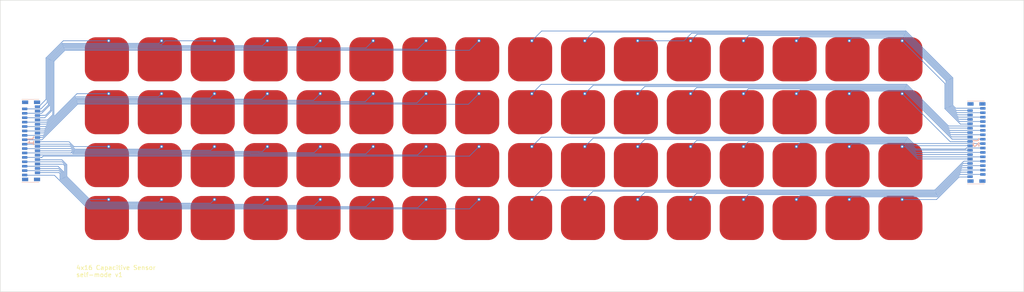
<source format=kicad_pcb>
(kicad_pcb (version 20211014) (generator pcbnew)
  (layers (0 "F.Cu" signal) (31 "B.Cu" signal) (34 "B.Paste" user) (35 "F.Paste" user) (36 "B.SilkS" user "B.Silkscreen") (37 "F.SilkS" user "F.Silkscreen") (38 "B.Mask" user) (39 "F.Mask" user) (44 "Edge.Cuts" user))
  (net 0 "")
  (net 1 "Net-(J1-Pad1)")
  (net 2 "Net-(J1-Pad2)")
  (net 3 "Net-(J1-Pad3)")
  (net 4 "Net-(J1-Pad4)")
  (net 5 "Net-(J1-Pad5)")
  (net 6 "Net-(J1-Pad6)")
  (net 7 "Net-(J1-Pad7)")
  (net 8 "Net-(J1-Pad8)")
  (net 9 "Net-(J2-Pad1)")
  (net 10 "Net-(J2-Pad2)")
  (net 11 "Net-(J2-Pad3)")
  (net 12 "Net-(J2-Pad4)")
  (net 13 "Net-(J2-Pad5)")
  (net 14 "Net-(J2-Pad6)")
  (net 15 "Net-(J2-Pad7)")
  (net 16 "Net-(J2-Pad8)")
  (net 17 "Net-(J2-Pad9)")
  (net 18 "Net-(J2-Pad10)")
  (net 19 "Net-(J2-Pad11)")
  (net 20 "Net-(J2-Pad12)")
  (net 21 "Net-(J2-Pad13)")
  (net 22 "Net-(J2-Pad14)")
  (net 23 "Net-(J2-Pad15)")
  (net 24 "Net-(J2-Pad16)")
  (net 25 "Net-(J2-Pad17)")
  (net 26 "Net-(J2-Pad18)")
  (net 27 "Net-(J2-Pad19)")
  (net 28 "Net-(J2-Pad20)")
  (net 29 "Net-(J2-Pad21)")
  (net 30 "Net-(J2-Pad22)")
  (net 31 "Net-(J2-Pad23)")
  (net 32 "Net-(J2-Pad24)")
  (net 33 "Net-(J2-Pad25)")
  (net 34 "Net-(J2-Pad26)")
  (net 35 "Net-(J2-Pad27)")
  (net 36 "Net-(J2-Pad28)")
  (net 37 "Net-(J2-Pad29)")
  (net 38 "Net-(J2-Pad30)")
  (net 39 "Net-(J2-Pad31)")
  (net 40 "Net-(J2-Pad32)")
  (net 41 "Net-(J1-Pad9)")
  (net 42 "Net-(J1-Pad10)")
  (net 43 "Net-(J1-Pad11)")
  (net 44 "Net-(J1-Pad12)")
  (net 45 "Net-(J1-Pad13)")
  (net 46 "Net-(J1-Pad14)")
  (net 47 "Net-(J1-Pad15)")
  (net 48 "Net-(J1-Pad16)")
  (net 49 "Net-(J1-Pad17)")
  (net 50 "Net-(J1-Pad18)")
  (net 51 "Net-(J1-Pad19)")
  (net 52 "Net-(J1-Pad20)")
  (net 53 "Net-(J1-Pad21)")
  (net 54 "Net-(J1-Pad22)")
  (net 55 "Net-(J1-Pad23)")
  (net 56 "Net-(J1-Pad24)")
  (net 57 "Net-(J1-Pad25)")
  (net 58 "Net-(J1-Pad26)")
  (net 59 "Net-(J1-Pad27)")
  (net 60 "Net-(J1-Pad28)")
  (net 61 "Net-(J1-Pad29)")
  (net 62 "Net-(J1-Pad30)")
  (net 63 "Net-(J1-Pad31)")
  (net 64 "Net-(J1-Pad32)")
  (footprint "ASMR_footprints:captouch_4x16_self_cap_circles" (layer "F.Cu") (at 62.8 55.5)
    (fp_text reference "U1" hide)
    (fp_text value "Conn_1x64" hide)
    (pad "1" smd roundrect (at 6 6) (size 10 10) (layers "F.Cu" "F.Paste" "F.Mask") (net 1 "Net-(J1-Pad1)"))
    (pad "2" smd roundrect (at 18 6) (size 10 10) (layers "F.Cu" "F.Paste" "F.Mask") (net 2 "Net-(J1-Pad2)"))
    (pad "3" smd roundrect (at 30 6) (size 10 10) (layers "F.Cu" "F.Paste" "F.Mask") (net 3 "Net-(J1-Pad3)"))
    (pad "4" smd roundrect (at 42 6) (size 10 10) (layers "F.Cu" "F.Paste" "F.Mask") (net 4 "Net-(J1-Pad4)"))
    (pad "5" smd roundrect (at 54 6) (size 10 10) (layers "F.Cu" "F.Paste" "F.Mask") (net 5 "Net-(J1-Pad5)"))
    (pad "6" smd roundrect (at 66 6) (size 10 10) (layers "F.Cu" "F.Paste" "F.Mask") (net 6 "Net-(J1-Pad6)"))
    (pad "7" smd roundrect (at 78 6) (size 10 10) (layers "F.Cu" "F.Paste" "F.Mask") (net 7 "Net-(J1-Pad7)"))
    (pad "8" smd roundrect (at 90 6) (size 10 10) (layers "F.Cu" "F.Paste" "F.Mask") (net 8 "Net-(J1-Pad8)"))
    (pad "9" smd roundrect (at 6 18) (size 10 10) (layers "F.Cu" "F.Paste" "F.Mask") (net 41 "Net-(J1-Pad9)"))
    (pad "10" smd roundrect (at 18 18) (size 10 10) (layers "F.Cu" "F.Paste" "F.Mask") (net 42 "Net-(J1-Pad10)"))
    (pad "11" smd roundrect (at 30 18) (size 10 10) (layers "F.Cu" "F.Paste" "F.Mask") (net 43 "Net-(J1-Pad11)"))
    (pad "12" smd roundrect (at 42 18) (size 10 10) (layers "F.Cu" "F.Paste" "F.Mask") (net 44 "Net-(J1-Pad12)"))
    (pad "13" smd roundrect (at 54 18) (size 10 10) (layers "F.Cu" "F.Paste" "F.Mask") (net 45 "Net-(J1-Pad13)"))
    (pad "14" smd roundrect (at 66 18) (size 10 10) (layers "F.Cu" "F.Paste" "F.Mask") (net 46 "Net-(J1-Pad14)"))
    (pad "15" smd roundrect (at 78 18) (size 10 10) (layers "F.Cu" "F.Paste" "F.Mask") (net 47 "Net-(J1-Pad15)"))
    (pad "16" smd roundrect (at 90 18) (size 10 10) (layers "F.Cu" "F.Paste" "F.Mask") (net 48 "Net-(J1-Pad16)"))
    (pad "17" smd roundrect (at 6 30) (size 10 10) (layers "F.Cu" "F.Paste" "F.Mask") (net 49 "Net-(J1-Pad17)"))
    (pad "18" smd roundrect (at 18 30) (size 10 10) (layers "F.Cu" "F.Paste" "F.Mask") (net 50 "Net-(J1-Pad18)"))
    (pad "19" smd roundrect (at 30 30) (size 10 10) (layers "F.Cu" "F.Paste" "F.Mask") (net 51 "Net-(J1-Pad19)"))
    (pad "20" smd roundrect (at 42 30) (size 10 10) (layers "F.Cu" "F.Paste" "F.Mask") (net 52 "Net-(J1-Pad20)"))
    (pad "21" smd roundrect (at 54 30) (size 10 10) (layers "F.Cu" "F.Paste" "F.Mask") (net 53 "Net-(J1-Pad21)"))
    (pad "22" smd roundrect (at 66 30) (size 10 10) (layers "F.Cu" "F.Paste" "F.Mask") (net 54 "Net-(J1-Pad22)"))
    (pad "23" smd roundrect (at 78 30) (size 10 10) (layers "F.Cu" "F.Paste" "F.Mask") (net 55 "Net-(J1-Pad23)"))
    (pad "24" smd roundrect (at 90 30) (size 10 10) (layers "F.Cu" "F.Paste" "F.Mask") (net 56 "Net-(J1-Pad24)"))
    (pad "25" smd roundrect (at 6 42) (size 10 10) (layers "F.Cu" "F.Paste" "F.Mask") (net 57 "Net-(J1-Pad25)"))
    (pad "26" smd roundrect (at 18 42) (size 10 10) (layers "F.Cu" "F.Paste" "F.Mask") (net 58 "Net-(J1-Pad26)"))
    (pad "27" smd roundrect (at 30 42) (size 10 10) (layers "F.Cu" "F.Paste" "F.Mask") (net 59 "Net-(J1-Pad27)"))
    (pad "28" smd roundrect (at 42 42) (size 10 10) (layers "F.Cu" "F.Paste" "F.Mask") (net 60 "Net-(J1-Pad28)"))
    (pad "29" smd roundrect (at 54 42) (size 10 10) (layers "F.Cu" "F.Paste" "F.Mask") (net 61 "Net-(J1-Pad29)"))
    (pad "30" smd roundrect (at 66 42) (size 10 10) (layers "F.Cu" "F.Paste" "F.Mask") (net 62 "Net-(J1-Pad30)"))
    (pad "31" smd roundrect (at 78 42) (size 10 10) (layers "F.Cu" "F.Paste" "F.Mask") (net 63 "Net-(J1-Pad31)"))
    (pad "32" smd roundrect (at 90 42) (size 10 10) (layers "F.Cu" "F.Paste" "F.Mask") (net 64 "Net-(J1-Pad32)"))
    (pad "33" smd roundrect (at 102 6) (size 10 10) (layers "F.Cu" "F.Paste" "F.Mask") (net 9 "Net-(J2-Pad1)"))
    (pad "34" smd roundrect (at 114 6) (size 10 10) (layers "F.Cu" "F.Paste" "F.Mask") (net 10 "Net-(J2-Pad2)"))
    (pad "35" smd roundrect (at 126 6) (size 10 10) (layers "F.Cu" "F.Paste" "F.Mask") (net 11 "Net-(J2-Pad3)"))
    (pad "36" smd roundrect (at 138 6) (size 10 10) (layers "F.Cu" "F.Paste" "F.Mask") (net 12 "Net-(J2-Pad4)"))
    (pad "37" smd roundrect (at 150 6) (size 10 10) (layers "F.Cu" "F.Paste" "F.Mask") (net 13 "Net-(J2-Pad5)"))
    (pad "38" smd roundrect (at 162 6) (size 10 10) (layers "F.Cu" "F.Paste" "F.Mask") (net 14 "Net-(J2-Pad6)"))
    (pad "39" smd roundrect (at 174 6) (size 10 10) (layers "F.Cu" "F.Paste" "F.Mask") (net 15 "Net-(J2-Pad7)"))
    (pad "40" smd roundrect (at 186 6) (size 10 10) (layers "F.Cu" "F.Paste" "F.Mask") (net 16 "Net-(J2-Pad8)"))
    (pad "41" smd roundrect (at 102 18) (size 10 10) (layers "F.Cu" "F.Paste" "F.Mask") (net 17 "Net-(J2-Pad9)"))
    (pad "42" smd roundrect (at 114 18) (size 10 10) (layers "F.Cu" "F.Paste" "F.Mask") (net 18 "Net-(J2-Pad10)"))
    (pad "43" smd roundrect (at 126 18) (size 10 10) (layers "F.Cu" "F.Paste" "F.Mask") (net 19 "Net-(J2-Pad11)"))
    (pad "44" smd roundrect (at 138 18) (size 10 10) (layers "F.Cu" "F.Paste" "F.Mask") (net 20 "Net-(J2-Pad12)"))
    (pad "45" smd roundrect (at 150 18) (size 10 10) (layers "F.Cu" "F.Paste" "F.Mask") (net 21 "Net-(J2-Pad13)"))
    (pad "46" smd roundrect (at 162 18) (size 10 10) (layers "F.Cu" "F.Paste" "F.Mask") (net 22 "Net-(J2-Pad14)"))
    (pad "47" smd roundrect (at 174 18) (size 10 10) (layers "F.Cu" "F.Paste" "F.Mask") (net 23 "Net-(J2-Pad15)"))
    (pad "48" smd roundrect (at 186 18) (size 10 10) (layers "F.Cu" "F.Paste" "F.Mask") (net 24 "Net-(J2-Pad16)"))
    (pad "49" smd roundrect (at 102 30) (size 10 10) (layers "F.Cu" "F.Paste" "F.Mask") (net 25 "Net-(J2-Pad17)"))
    (pad "50" smd roundrect (at 114 30) (size 10 10) (layers "F.Cu" "F.Paste" "F.Mask") (net 26 "Net-(J2-Pad18)"))
    (pad "51" smd roundrect (at 126 30) (size 10 10) (layers "F.Cu" "F.Paste" "F.Mask") (net 27 "Net-(J2-Pad19)"))
    (pad "52" smd roundrect (at 138 30) (size 10 10) (layers "F.Cu" "F.Paste" "F.Mask") (net 28 "Net-(J2-Pad20)"))
    (pad "53" smd roundrect (at 150 30) (size 10 10) (layers "F.Cu" "F.Paste" "F.Mask") (net 29 "Net-(J2-Pad21)"))
    (pad "54" smd roundrect (at 162 30) (size 10 10) (layers "F.Cu" "F.Paste" "F.Mask") (net 30 "Net-(J2-Pad22)"))
    (pad "55" smd roundrect (at 174 30) (size 10 10) (layers "F.Cu" "F.Paste" "F.Mask") (net 31 "Net-(J2-Pad23)"))
    (pad "56" smd roundrect (at 186 30) (size 10 10) (layers "F.Cu" "F.Paste" "F.Mask") (net 32 "Net-(J2-Pad24)"))
    (pad "57" smd roundrect (at 102 42) (size 10 10) (layers "F.Cu" "F.Paste" "F.Mask") (net 33 "Net-(J2-Pad25)"))
    (pad "58" smd roundrect (at 114 42) (size 10 10) (layers "F.Cu" "F.Paste" "F.Mask") (net 34 "Net-(J2-Pad26)"))
    (pad "59" smd roundrect (at 126 42) (size 10 10) (layers "F.Cu" "F.Paste" "F.Mask") (net 35 "Net-(J2-Pad27)"))
    (pad "60" smd roundrect (at 138 42) (size 10 10) (layers "F.Cu" "F.Paste" "F.Mask") (net 36 "Net-(J2-Pad28)"))
    (pad "61" smd roundrect (at 150 42) (size 10 10) (layers "F.Cu" "F.Paste" "F.Mask") (net 37 "Net-(J2-Pad29)"))
    (pad "62" smd roundrect (at 162 42) (size 10 10) (layers "F.Cu" "F.Paste" "F.Mask") (net 38 "Net-(J2-Pad30)"))
    (pad "63" smd roundrect (at 174 42) (size 10 10) (layers "F.Cu" "F.Paste" "F.Mask") (net 39 "Net-(J2-Pad31)"))
    (pad "64" smd roundrect (at 186 42) (size 10 10) (layers "F.Cu" "F.Paste" "F.Mask") (net 40 "Net-(J2-Pad32)"))
  )
  (footprint "ASMR_footprints:Conn_FFC_1x32_0.5mm_Molex_5019513210" (layer "B.Cu") (at 266.05 80.375 -90)
    (fp_text reference "J2" (at 0 0.025 90) (layer "B.SilkS") (effects (font (size 1.27 1.27) (thickness 0.254)) (justify mirror)))
    (fp_text value "Conn_01x32_Male" hide)
    (fp_line (start 9.4 2.1) (end 9.4 -1.8) (layer "B.SilkS") (width 0.1))
    (fp_line (start -9.4 2.1) (end -9.4 -1.8) (layer "B.SilkS") (width 0.1))
    (pad "1" smd rect (at -7.75 -1.45 270) (size 0.6 1.2) (layers "B.Cu" "B.Paste" "B.Mask") (net 9 "Net-(J2-Pad1)"))
    (pad "2" smd rect (at -7.25 1.45 270) (size 0.6 1.2) (layers "B.Cu" "B.Paste" "B.Mask") (net 10 "Net-(J2-Pad2)"))
    (pad "3" smd rect (at -6.75 -1.45 270) (size 0.6 1.2) (layers "B.Cu" "B.Paste" "B.Mask") (net 11 "Net-(J2-Pad3)"))
    (pad "4" smd rect (at -6.25 1.45 270) (size 0.6 1.2) (layers "B.Cu" "B.Paste" "B.Mask") (net 12 "Net-(J2-Pad4)"))
    (pad "5" smd rect (at -5.75 -1.45 270) (size 0.6 1.2) (layers "B.Cu" "B.Paste" "B.Mask") (net 13 "Net-(J2-Pad5)"))
    (pad "6" smd rect (at -5.25 1.45 270) (size 0.6 1.2) (layers "B.Cu" "B.Paste" "B.Mask") (net 14 "Net-(J2-Pad6)"))
    (pad "7" smd rect (at -4.75 -1.45 270) (size 0.6 1.2) (layers "B.Cu" "B.Paste" "B.Mask") (net 15 "Net-(J2-Pad7)"))
    (pad "8" smd rect (at -4.25 1.45 270) (size 0.6 1.2) (layers "B.Cu" "B.Paste" "B.Mask") (net 16 "Net-(J2-Pad8)"))
    (pad "9" smd rect (at -3.75 -1.45 270) (size 0.6 1.2) (layers "B.Cu" "B.Paste" "B.Mask") (net 17 "Net-(J2-Pad9)"))
    (pad "10" smd rect (at -3.25 1.45 270) (size 0.6 1.2) (layers "B.Cu" "B.Paste" "B.Mask") (net 18 "Net-(J2-Pad10)"))
    (pad "11" smd rect (at -2.75 -1.45 270) (size 0.6 1.2) (layers "B.Cu" "B.Paste" "B.Mask") (net 19 "Net-(J2-Pad11)"))
    (pad "12" smd rect (at -2.25 1.45 270) (size 0.6 1.2) (layers "B.Cu" "B.Paste" "B.Mask") (net 20 "Net-(J2-Pad12)"))
    (pad "13" smd rect (at -1.75 -1.45 270) (size 0.6 1.2) (layers "B.Cu" "B.Paste" "B.Mask") (net 21 "Net-(J2-Pad13)"))
    (pad "14" smd rect (at -1.25 1.45 270) (size 0.6 1.2) (layers "B.Cu" "B.Paste" "B.Mask") (net 22 "Net-(J2-Pad14)"))
    (pad "15" smd rect (at -0.75 -1.45 270) (size 0.6 1.2) (layers "B.Cu" "B.Paste" "B.Mask") (net 23 "Net-(J2-Pad15)"))
    (pad "16" smd rect (at -0.25 1.45 270) (size 0.6 1.2) (layers "B.Cu" "B.Paste" "B.Mask") (net 24 "Net-(J2-Pad16)"))
    (pad "17" smd rect (at 0.25 -1.45 270) (size 0.6 1.2) (layers "B.Cu" "B.Paste" "B.Mask") (net 25 "Net-(J2-Pad17)"))
    (pad "18" smd rect (at 0.75 1.45 270) (size 0.6 1.2) (layers "B.Cu" "B.Paste" "B.Mask") (net 26 "Net-(J2-Pad18)"))
    (pad "19" smd rect (at 1.25 -1.45 270) (size 0.6 1.2) (layers "B.Cu" "B.Paste" "B.Mask") (net 27 "Net-(J2-Pad19)"))
    (pad "20" smd rect (at 1.75 1.45 270) (size 0.6 1.2) (layers "B.Cu" "B.Paste" "B.Mask") (net 28 "Net-(J2-Pad20)"))
    (pad "21" smd rect (at 2.25 -1.45 270) (size 0.6 1.2) (layers "B.Cu" "B.Paste" "B.Mask") (net 29 "Net-(J2-Pad21)"))
    (pad "22" smd rect (at 2.75 1.45 270) (size 0.6 1.2) (layers "B.Cu" "B.Paste" "B.Mask") (net 30 "Net-(J2-Pad22)"))
    (pad "23" smd rect (at 3.25 -1.45 270) (size 0.6 1.2) (layers "B.Cu" "B.Paste" "B.Mask") (net 31 "Net-(J2-Pad23)"))
    (pad "24" smd rect (at 3.75 1.45 270) (size 0.6 1.2) (layers "B.Cu" "B.Paste" "B.Mask") (net 32 "Net-(J2-Pad24)"))
    (pad "25" smd rect (at 4.25 -1.45 270) (size 0.6 1.2) (layers "B.Cu" "B.Paste" "B.Mask") (net 33 "Net-(J2-Pad25)"))
    (pad "26" smd rect (at 4.75 1.45 270) (size 0.6 1.2) (layers "B.Cu" "B.Paste" "B.Mask") (net 34 "Net-(J2-Pad26)"))
    (pad "27" smd rect (at 5.25 -1.45 270) (size 0.6 1.2) (layers "B.Cu" "B.Paste" "B.Mask") (net 35 "Net-(J2-Pad27)"))
    (pad "28" smd rect (at 5.75 1.45 270) (size 0.6 1.2) (layers "B.Cu" "B.Paste" "B.Mask") (net 36 "Net-(J2-Pad28)"))
    (pad "29" smd rect (at 6.25 -1.45 270) (size 0.6 1.2) (layers "B.Cu" "B.Paste" "B.Mask") (net 37 "Net-(J2-Pad29)"))
    (pad "30" smd rect (at 6.75 1.45 270) (size 0.6 1.2) (layers "B.Cu" "B.Paste" "B.Mask") (net 38 "Net-(J2-Pad30)"))
    (pad "31" smd rect (at 7.25 -1.45 270) (size 0.6 1.2) (layers "B.Cu" "B.Paste" "B.Mask") (net 39 "Net-(J2-Pad31)"))
    (pad "32" smd rect (at 7.75 1.45 270) (size 0.6 1.2) (layers "B.Cu" "B.Paste" "B.Mask") (net 40 "Net-(J2-Pad32)"))
    (pad "MP1" smd rect (at -8.75 -1.35 270) (size 0.8 1.4) (layers "B.Cu" "B.Paste" "B.Mask"))
    (pad "MP2" smd rect (at -8.75 1.35 270) (size 0.8 1.4) (layers "B.Cu" "B.Paste" "B.Mask"))
    (pad "MP3" smd rect (at 8.75 -1.35 270) (size 0.8 1.4) (layers "B.Cu" "B.Paste" "B.Mask"))
    (pad "MP4" smd rect (at 8.75 1.35 270) (size 0.8 1.4) (layers "B.Cu" "B.Paste" "B.Mask"))
  )
  (footprint "ASMR_footprints:Conn_FFC_1x32_0.5mm_Molex_5019513210" (layer "B.Cu") (at 51.6 80 -90)
    (fp_text reference "J1" (at 0 0.025 90) (layer "B.SilkS") (effects (font (size 1.27 1.27) (thickness 0.254)) (justify mirror)))
    (fp_text value "Conn_01x32_Male" hide)
    (fp_line (start -9.4 2.1) (end -9.4 -1.8) (layer "B.SilkS") (width 0.1))
    (fp_line (start 9.4 2.1) (end 9.4 -1.8) (layer "B.SilkS") (width 0.1))
    (pad "1" smd rect (at -7.75 -1.45 270) (size 0.6 1.2) (layers "B.Cu" "B.Paste" "B.Mask") (net 1 "Net-(J1-Pad1)"))
    (pad "2" smd rect (at -7.25 1.45 270) (size 0.6 1.2) (layers "B.Cu" "B.Paste" "B.Mask") (net 2 "Net-(J1-Pad2)"))
    (pad "3" smd rect (at -6.75 -1.45 270) (size 0.6 1.2) (layers "B.Cu" "B.Paste" "B.Mask") (net 3 "Net-(J1-Pad3)"))
    (pad "4" smd rect (at -6.25 1.45 270) (size 0.6 1.2) (layers "B.Cu" "B.Paste" "B.Mask") (net 4 "Net-(J1-Pad4)"))
    (pad "5" smd rect (at -5.75 -1.45 270) (size 0.6 1.2) (layers "B.Cu" "B.Paste" "B.Mask") (net 5 "Net-(J1-Pad5)"))
    (pad "6" smd rect (at -5.25 1.45 270) (size 0.6 1.2) (layers "B.Cu" "B.Paste" "B.Mask") (net 6 "Net-(J1-Pad6)"))
    (pad "7" smd rect (at -4.75 -1.45 270) (size 0.6 1.2) (layers "B.Cu" "B.Paste" "B.Mask") (net 7 "Net-(J1-Pad7)"))
    (pad "8" smd rect (at -4.25 1.45 270) (size 0.6 1.2) (layers "B.Cu" "B.Paste" "B.Mask") (net 8 "Net-(J1-Pad8)"))
    (pad "9" smd rect (at -3.75 -1.45 270) (size 0.6 1.2) (layers "B.Cu" "B.Paste" "B.Mask") (net 41 "Net-(J1-Pad9)"))
    (pad "10" smd rect (at -3.25 1.45 270) (size 0.6 1.2) (layers "B.Cu" "B.Paste" "B.Mask") (net 42 "Net-(J1-Pad10)"))
    (pad "11" smd rect (at -2.75 -1.45 270) (size 0.6 1.2) (layers "B.Cu" "B.Paste" "B.Mask") (net 43 "Net-(J1-Pad11)"))
    (pad "12" smd rect (at -2.25 1.45 270) (size 0.6 1.2) (layers "B.Cu" "B.Paste" "B.Mask") (net 44 "Net-(J1-Pad12)"))
    (pad "13" smd rect (at -1.75 -1.45 270) (size 0.6 1.2) (layers "B.Cu" "B.Paste" "B.Mask") (net 45 "Net-(J1-Pad13)"))
    (pad "14" smd rect (at -1.25 1.45 270) (size 0.6 1.2) (layers "B.Cu" "B.Paste" "B.Mask") (net 46 "Net-(J1-Pad14)"))
    (pad "15" smd rect (at -0.75 -1.45 270) (size 0.6 1.2) (layers "B.Cu" "B.Paste" "B.Mask") (net 47 "Net-(J1-Pad15)"))
    (pad "16" smd rect (at -0.25 1.45 270) (size 0.6 1.2) (layers "B.Cu" "B.Paste" "B.Mask") (net 48 "Net-(J1-Pad16)"))
    (pad "17" smd rect (at 0.25 -1.45 270) (size 0.6 1.2) (layers "B.Cu" "B.Paste" "B.Mask") (net 49 "Net-(J1-Pad17)"))
    (pad "18" smd rect (at 0.75 1.45 270) (size 0.6 1.2) (layers "B.Cu" "B.Paste" "B.Mask") (net 50 "Net-(J1-Pad18)"))
    (pad "19" smd rect (at 1.25 -1.45 270) (size 0.6 1.2) (layers "B.Cu" "B.Paste" "B.Mask") (net 51 "Net-(J1-Pad19)"))
    (pad "20" smd rect (at 1.75 1.45 270) (size 0.6 1.2) (layers "B.Cu" "B.Paste" "B.Mask") (net 52 "Net-(J1-Pad20)"))
    (pad "21" smd rect (at 2.25 -1.45 270) (size 0.6 1.2) (layers "B.Cu" "B.Paste" "B.Mask") (net 53 "Net-(J1-Pad21)"))
    (pad "22" smd rect (at 2.75 1.45 270) (size 0.6 1.2) (layers "B.Cu" "B.Paste" "B.Mask") (net 54 "Net-(J1-Pad22)"))
    (pad "23" smd rect (at 3.25 -1.45 270) (size 0.6 1.2) (layers "B.Cu" "B.Paste" "B.Mask") (net 55 "Net-(J1-Pad23)"))
    (pad "24" smd rect (at 3.75 1.45 270) (size 0.6 1.2) (layers "B.Cu" "B.Paste" "B.Mask") (net 56 "Net-(J1-Pad24)"))
    (pad "25" smd rect (at 4.25 -1.45 270) (size 0.6 1.2) (layers "B.Cu" "B.Paste" "B.Mask") (net 57 "Net-(J1-Pad25)"))
    (pad "26" smd rect (at 4.75 1.45 270) (size 0.6 1.2) (layers "B.Cu" "B.Paste" "B.Mask") (net 58 "Net-(J1-Pad26)"))
    (pad "27" smd rect (at 5.25 -1.45 270) (size 0.6 1.2) (layers "B.Cu" "B.Paste" "B.Mask") (net 59 "Net-(J1-Pad27)"))
    (pad "28" smd rect (at 5.75 1.45 270) (size 0.6 1.2) (layers "B.Cu" "B.Paste" "B.Mask") (net 60 "Net-(J1-Pad28)"))
    (pad "29" smd rect (at 6.25 -1.45 270) (size 0.6 1.2) (layers "B.Cu" "B.Paste" "B.Mask") (net 61 "Net-(J1-Pad29)"))
    (pad "30" smd rect (at 6.75 1.45 270) (size 0.6 1.2) (layers "B.Cu" "B.Paste" "B.Mask") (net 62 "Net-(J1-Pad30)"))
    (pad "31" smd rect (at 7.25 -1.45 270) (size 0.6 1.2) (layers "B.Cu" "B.Paste" "B.Mask") (net 63 "Net-(J1-Pad31)"))
    (pad "32" smd rect (at 7.75 1.45 270) (size 0.6 1.2) (layers "B.Cu" "B.Paste" "B.Mask") (net 64 "Net-(J1-Pad32)"))
    (pad "MP1" smd rect (at -8.75 -1.35 270) (size 0.8 1.4) (layers "B.Cu" "B.Paste" "B.Mask"))
    (pad "MP2" smd rect (at -8.75 1.35 270) (size 0.8 1.4) (layers "B.Cu" "B.Paste" "B.Mask"))
    (pad "MP3" smd rect (at 8.75 -1.35 270) (size 0.8 1.4) (layers "B.Cu" "B.Paste" "B.Mask"))
    (pad "MP4" smd rect (at 8.75 1.35 270) (size 0.8 1.4) (layers "B.Cu" "B.Paste" "B.Mask"))
  )
  (gr_rect (start 44.6 48.1) (end 276.8 114.2) (layer "Edge.Cuts") (width 0.1) (fill none))
  (gr_text "4x16 Capacitive Sensor\nself-mode v1" (at 61.775 109.575) (layer "F.SilkS") (effects (font (size 1 1)) (justify left)))
  (via (at 69.2 57.3) (size 0.8) (drill 0.4) (layers "F.Cu" "B.Cu") (net 1))
  (segment (start 53.05 72.25) (end 53.35 72.25) (width 0.127) (layer "B.Cu") (net 1))
  (segment (start 55 70.6) (end 55 61.2) (width 0.127) (layer "B.Cu") (net 1))
  (segment (start 55 61.2) (end 58.9 57.3) (width 0.127) (layer "B.Cu") (net 1))
  (segment (start 58.9 57.3) (end 69.2 57.3) (width 0.127) (layer "B.Cu") (net 1))
  (segment (start 53.35 72.25) (end 55 70.6) (width 0.127) (layer "B.Cu") (net 1))
  (via (at 81.2 57.3) (size 0.8) (drill 0.4) (layers "F.Cu" "B.Cu") (net 2))
  (segment (start 53.831 72.75) (end 55.254 71.327) (width 0.127) (layer "B.Cu") (net 2))
  (segment (start 50.15 72.75) (end 53.831 72.75) (width 0.127) (layer "B.Cu") (net 2))
  (segment (start 55.254 61.30521) (end 58.65921 57.9) (width 0.127) (layer "B.Cu") (net 2))
  (segment (start 58.65921 57.9) (end 80.6 57.9) (width 0.127) (layer "B.Cu") (net 2))
  (segment (start 55.254 71.327) (end 55.254 61.30521) (width 0.127) (layer "B.Cu") (net 2))
  (segment (start 80.6 57.9) (end 81.2 57.3) (width 0.127) (layer "B.Cu") (net 2))
  (via (at 93.2 57.3) (size 0.8) (drill 0.4) (layers "F.Cu" "B.Cu") (net 3))
  (segment (start 82.035094 57.3) (end 81.181094 58.154) (width 0.127) (layer "B.Cu") (net 3))
  (segment (start 58.76442 58.154) (end 55.508 61.41042) (width 0.127) (layer "B.Cu") (net 3))
  (segment (start 93.2 57.3) (end 82.035094 57.3) (width 0.127) (layer "B.Cu") (net 3))
  (segment (start 55.508 71.892) (end 54.1 73.3) (width 0.127) (layer "B.Cu") (net 3))
  (segment (start 54.1 73.3) (end 53 73.3) (width 0.127) (layer "B.Cu") (net 3))
  (segment (start 81.181094 58.154) (end 58.76442 58.154) (width 0.127) (layer "B.Cu") (net 3))
  (segment (start 55.508 61.41042) (end 55.508 71.892) (width 0.127) (layer "B.Cu") (net 3))
  (via (at 105.2 57.3) (size 0.8) (drill 0.4) (layers "F.Cu" "B.Cu") (net 4))
  (segment (start 105.2 57.3) (end 104.092 58.408) (width 0.127) (layer "B.Cu") (net 4))
  (segment (start 55.762 71.99721) (end 54.01871 73.7405) (width 0.127) (layer "B.Cu") (net 4))
  (segment (start 54.01871 73.7405) (end 50.1595 73.7405) (width 0.127) (layer "B.Cu") (net 4))
  (segment (start 58.86963 58.408) (end 55.762 61.51563) (width 0.127) (layer "B.Cu") (net 4))
  (segment (start 104.092 58.408) (end 58.86963 58.408) (width 0.127) (layer "B.Cu") (net 4))
  (segment (start 55.762 61.51563) (end 55.762 71.99721) (width 0.127) (layer "B.Cu") (net 4))
  (via (at 117.2 57.3) (size 0.8) (drill 0.4) (layers "F.Cu" "B.Cu") (net 5))
  (segment (start 56.016 73.084) (end 54.9 74.2) (width 0.127) (layer "B.Cu") (net 5))
  (segment (start 56.016 61.62084) (end 56.016 73.084) (width 0.127) (layer "B.Cu") (net 5))
  (segment (start 54.9 74.2) (end 53.1 74.2) (width 0.127) (layer "B.Cu") (net 5))
  (segment (start 58.97484 58.662) (end 56.016 61.62084) (width 0.127) (layer "B.Cu") (net 5))
  (segment (start 115.838 58.662) (end 58.97484 58.662) (width 0.127) (layer "B.Cu") (net 5))
  (segment (start 117.2 57.3) (end 115.838 58.662) (width 0.127) (layer "B.Cu") (net 5))
  (via (at 129.2 57.3) (size 0.8) (drill 0.4) (layers "F.Cu" "B.Cu") (net 6))
  (segment (start 54.69971 74.7595) (end 50.1595 74.7595) (width 0.127) (layer "B.Cu") (net 6))
  (segment (start 127.584 58.916) (end 59.08005 58.916) (width 0.127) (layer "B.Cu") (net 6))
  (segment (start 56.27 61.72605) (end 56.27 73.18921) (width 0.127) (layer "B.Cu") (net 6))
  (segment (start 129.2 57.3) (end 127.584 58.916) (width 0.127) (layer "B.Cu") (net 6))
  (segment (start 59.08005 58.916) (end 56.27 61.72605) (width 0.127) (layer "B.Cu") (net 6))
  (segment (start 56.27 73.18921) (end 54.69971 74.7595) (width 0.127) (layer "B.Cu") (net 6))
  (via (at 141.2 57.3) (size 0.8) (drill 0.4) (layers "F.Cu" "B.Cu") (net 7))
  (segment (start 56.524 74.076) (end 55.3 75.3) (width 0.127) (layer "B.Cu") (net 7))
  (segment (start 59.15526 59.2) (end 56.524 61.83126) (width 0.127) (layer "B.Cu") (net 7))
  (segment (start 53.2 75.3) (end 53.1 75.2) (width 0.127) (layer "B.Cu") (net 7))
  (segment (start 141.2 57.3) (end 139.3 59.2) (width 0.127) (layer "B.Cu") (net 7))
  (segment (start 56.524 61.83126) (end 56.524 74.076) (width 0.127) (layer "B.Cu") (net 7))
  (segment (start 55.3 75.3) (end 53.2 75.3) (width 0.127) (layer "B.Cu") (net 7))
  (segment (start 139.3 59.2) (end 59.15526 59.2) (width 0.127) (layer "B.Cu") (net 7))
  (via (at 153.2 57.3) (size 0.8) (drill 0.4) (layers "F.Cu" "B.Cu") (net 8))
  (segment (start 151.046 59.454) (end 59.26047 59.454) (width 0.127) (layer "B.Cu") (net 8))
  (segment (start 55.19971 75.7595) (end 50.1595 75.7595) (width 0.127) (layer "B.Cu") (net 8))
  (segment (start 153.2 57.3) (end 151.046 59.454) (width 0.127) (layer "B.Cu") (net 8))
  (segment (start 56.778 74.18121) (end 55.19971 75.7595) (width 0.127) (layer "B.Cu") (net 8))
  (segment (start 56.778 61.93647) (end 56.778 74.18121) (width 0.127) (layer "B.Cu") (net 8))
  (segment (start 59.26047 59.454) (end 56.778 61.93647) (width 0.127) (layer "B.Cu") (net 8))
  (via (at 165.2 57.3) (size 0.8) (drill 0.4) (layers "F.Cu" "B.Cu") (net 9))
  (segment (start 167.416 55.084) (end 250.03926 55.084) (width 0.127) (layer "B.Cu") (net 9))
  (segment (start 260.678 71.96353) (end 261.31447 72.6) (width 0.127) (layer "B.Cu") (net 9))
  (segment (start 260.678 65.72274) (end 260.678 71.96353) (width 0.127) (layer "B.Cu") (net 9))
  (segment (start 165.2 57.3) (end 167.416 55.084) (width 0.127) (layer "B.Cu") (net 9))
  (segment (start 261.31447 72.6) (end 267.6 72.6) (width 0.127) (layer "B.Cu") (net 9))
  (segment (start 250.03926 55.084) (end 260.678 65.72274) (width 0.127) (layer "B.Cu") (net 9))
  (via (at 177.2 57.3) (size 0.8) (drill 0.4) (layers "F.Cu" "B.Cu") (net 10))
  (segment (start 249.93405 55.338) (end 260.424 65.82795) (width 0.127) (layer "B.Cu") (net 10))
  (segment (start 260.424 72.06874) (end 261.45526 73.1) (width 0.127) (layer "B.Cu") (net 10))
  (segment (start 177.2 57.3) (end 179.162 55.338) (width 0.127) (layer "B.Cu") (net 10))
  (segment (start 260.424 65.82795) (end 260.424 72.06874) (width 0.127) (layer "B.Cu") (net 10))
  (segment (start 261.45526 73.1) (end 264.8 73.1) (width 0.127) (layer "B.Cu") (net 10))
  (segment (start 179.162 55.338) (end 249.93405 55.338) (width 0.127) (layer "B.Cu") (net 10))
  (via (at 189.2 57.3) (size 0.8) (drill 0.4) (layers "F.Cu" "B.Cu") (net 11))
  (segment (start 261.61155 73.6155) (end 267.4845 73.6155) (width 0.127) (layer "B.Cu") (net 11))
  (segment (start 260.17 65.93316) (end 260.17 72.17395) (width 0.127) (layer "B.Cu") (net 11))
  (segment (start 260.17 72.17395) (end 261.61155 73.6155) (width 0.127) (layer "B.Cu") (net 11))
  (segment (start 189.2 57.3) (end 199.7 57.3) (width 0.127) (layer "B.Cu") (net 11))
  (segment (start 199.7 57.3) (end 201.408 55.592) (width 0.127) (layer "B.Cu") (net 11))
  (segment (start 201.408 55.592) (end 249.82884 55.592) (width 0.127) (layer "B.Cu") (net 11))
  (segment (start 249.82884 55.592) (end 260.17 65.93316) (width 0.127) (layer "B.Cu") (net 11))
  (via (at 201.2 57.3) (size 0.8) (drill 0.4) (layers "F.Cu" "B.Cu") (net 12))
  (segment (start 261.73684 74.1) (end 264.7 74.1) (width 0.127) (layer "B.Cu") (net 12))
  (segment (start 259.916 66.03837) (end 259.916 72.27916) (width 0.127) (layer "B.Cu") (net 12))
  (segment (start 202.654 55.846) (end 249.72363 55.846) (width 0.127) (layer "B.Cu") (net 12))
  (segment (start 249.72363 55.846) (end 259.916 66.03837) (width 0.127) (layer "B.Cu") (net 12))
  (segment (start 201.2 57.3) (end 202.654 55.846) (width 0.127) (layer "B.Cu") (net 12))
  (segment (start 259.916 72.27916) (end 261.73684 74.1) (width 0.127) (layer "B.Cu") (net 12))
  (via (at 213.2 57.3) (size 0.8) (drill 0.4) (layers "F.Cu" "B.Cu") (net 13))
  (segment (start 261.89313 74.6155) (end 267.4845 74.6155) (width 0.127) (layer "B.Cu") (net 13))
  (segment (start 213.2 57.3) (end 214.4 56.1) (width 0.127) (layer "B.Cu") (net 13))
  (segment (start 259.662 72.38437) (end 261.89313 74.6155) (width 0.127) (layer "B.Cu") (net 13))
  (segment (start 214.4 56.1) (end 249.61842 56.1) (width 0.127) (layer "B.Cu") (net 13))
  (segment (start 259.662 66.14358) (end 259.662 72.38437) (width 0.127) (layer "B.Cu") (net 13))
  (segment (start 249.61842 56.1) (end 259.662 66.14358) (width 0.127) (layer "B.Cu") (net 13))
  (via (at 225.2 57.3) (size 0.8) (drill 0.4) (layers "F.Cu" "B.Cu") (net 14))
  (segment (start 259.408 66.24879) (end 259.408 72.48958) (width 0.127) (layer "B.Cu") (net 14))
  (segment (start 225.2 57.3) (end 226.1 56.4) (width 0.127) (layer "B.Cu") (net 14))
  (segment (start 249.55921 56.4) (end 259.408 66.24879) (width 0.127) (layer "B.Cu") (net 14))
  (segment (start 259.408 72.48958) (end 262.01842 75.1) (width 0.127) (layer "B.Cu") (net 14))
  (segment (start 262.01842 75.1) (end 264.6 75.1) (width 0.127) (layer "B.Cu") (net 14))
  (segment (start 226.1 56.4) (end 249.55921 56.4) (width 0.127) (layer "B.Cu") (net 14))
  (via (at 237.2 57.3) (size 0.8) (drill 0.4) (layers "F.Cu" "B.Cu") (net 15))
  (segment (start 262.17471 75.6155) (end 267.6845 75.6155) (width 0.127) (layer "B.Cu") (net 15))
  (segment (start 237.2 57.3) (end 237.8 56.7) (width 0.127) (layer "B.Cu") (net 15))
  (segment (start 237.8 56.7) (end 249.5 56.7) (width 0.127) (layer "B.Cu") (net 15))
  (segment (start 259.154 66.354) (end 259.154 72.59479) (width 0.127) (layer "B.Cu") (net 15))
  (segment (start 259.154 72.59479) (end 262.17471 75.6155) (width 0.127) (layer "B.Cu") (net 15))
  (segment (start 249.5 56.7) (end 259.154 66.354) (width 0.127) (layer "B.Cu") (net 15))
  (via (at 249.2 57.3) (size 0.8) (drill 0.4) (layers "F.Cu" "B.Cu") (net 16))
  (segment (start 258.9 67) (end 258.9 72.7) (width 0.127) (layer "B.Cu") (net 16))
  (segment (start 249.2 57.3) (end 258.9 67) (width 0.127) (layer "B.Cu") (net 16))
  (segment (start 262.4 76.2) (end 264.6 76.2) (width 0.127) (layer "B.Cu") (net 16))
  (segment (start 258.9 72.7) (end 262.4 76.2) (width 0.127) (layer "B.Cu") (net 16))
  (via (at 165.2 69.3) (size 0.8) (drill 0.4) (layers "F.Cu" "B.Cu") (net 17))
  (segment (start 165.2 69.3) (end 167.324 67.176) (width 0.127) (layer "B.Cu") (net 17))
  (segment (start 259.68976 76.6345) (end 267.2655 76.6345) (width 0.127) (layer "B.Cu") (net 17))
  (segment (start 250.23126 67.176) (end 259.68976 76.6345) (width 0.127) (layer "B.Cu") (net 17))
  (segment (start 167.324 67.176) (end 250.23126 67.176) (width 0.127) (layer "B.Cu") (net 17))
  (segment (start 267.2655 76.6345) (end 267.3 76.6) (width 0.127) (layer "B.Cu") (net 17))
  (via (at 177.2 69.3) (size 0.8) (drill 0.4) (layers "F.Cu" "B.Cu") (net 18))
  (segment (start 250.12605 67.43) (end 259.79605 77.1) (width 0.127) (layer "B.Cu") (net 18))
  (segment (start 259.79605 77.1) (end 264.7 77.1) (width 0.127) (layer "B.Cu") (net 18))
  (segment (start 177.2 69.3) (end 179.07 67.43) (width 0.127) (layer "B.Cu") (net 18))
  (segment (start 179.07 67.43) (end 250.12605 67.43) (width 0.127) (layer "B.Cu") (net 18))
  (via (at 189.2 69.3) (size 0.8) (drill 0.4) (layers "F.Cu" "B.Cu") (net 19))
  (segment (start 190.816 67.684) (end 250.02084 67.684) (width 0.127) (layer "B.Cu") (net 19))
  (segment (start 267.4655 77.6345) (end 267.5 77.6) (width 0.127) (layer "B.Cu") (net 19))
  (segment (start 250.02084 67.684) (end 259.97134 77.6345) (width 0.127) (layer "B.Cu") (net 19))
  (segment (start 259.97134 77.6345) (end 267.4655 77.6345) (width 0.127) (layer "B.Cu") (net 19))
  (segment (start 189.2 69.3) (end 190.816 67.684) (width 0.127) (layer "B.Cu") (net 19))
  (via (at 201.2 69.3) (size 0.8) (drill 0.4) (layers "F.Cu" "B.Cu") (net 20))
  (segment (start 201.2 69.3) (end 202.562 67.938) (width 0.127) (layer "B.Cu") (net 20))
  (segment (start 249.91563 67.938) (end 260.07763 78.1) (width 0.127) (layer "B.Cu") (net 20))
  (segment (start 202.562 67.938) (end 249.91563 67.938) (width 0.127) (layer "B.Cu") (net 20))
  (segment (start 260.07763 78.1) (end 264.6 78.1) (width 0.127) (layer "B.Cu") (net 20))
  (via (at 213.2 69.3) (size 0.8) (drill 0.4) (layers "F.Cu" "B.Cu") (net 21))
  (segment (start 213.2 69.3) (end 214.308 68.192) (width 0.127) (layer "B.Cu") (net 21))
  (segment (start 249.81042 68.192) (end 260.23392 78.6155) (width 0.127) (layer "B.Cu") (net 21))
  (segment (start 260.23392 78.6155) (end 267.5845 78.6155) (width 0.127) (layer "B.Cu") (net 21))
  (segment (start 214.308 68.192) (end 249.81042 68.192) (width 0.127) (layer "B.Cu") (net 21))
  (via (at 225.2 69.3) (size 0.8) (drill 0.4) (layers "F.Cu" "B.Cu") (net 22))
  (segment (start 260.35921 79.1) (end 264.7 79.1) (width 0.127) (layer "B.Cu") (net 22))
  (segment (start 249.70521 68.446) (end 260.35921 79.1) (width 0.127) (layer "B.Cu") (net 22))
  (segment (start 225.2 69.3) (end 226.054 68.446) (width 0.127) (layer "B.Cu") (net 22))
  (segment (start 226.054 68.446) (end 249.70521 68.446) (width 0.127) (layer "B.Cu") (net 22))
  (via (at 237.2 69.3) (size 0.8) (drill 0.4) (layers "F.Cu" "B.Cu") (net 23))
  (segment (start 237.2 69.3) (end 237.8 68.7) (width 0.127) (layer "B.Cu") (net 23))
  (segment (start 260.5155 79.6155) (end 267.4845 79.6155) (width 0.127) (layer "B.Cu") (net 23))
  (segment (start 249.6 68.7) (end 260.5155 79.6155) (width 0.127) (layer "B.Cu") (net 23))
  (segment (start 237.8 68.7) (end 249.6 68.7) (width 0.127) (layer "B.Cu") (net 23))
  (via (at 249.2 69.3) (size 0.8) (drill 0.4) (layers "F.Cu" "B.Cu") (net 24))
  (segment (start 249.2 69.3) (end 260.1 80.2) (width 0.127) (layer "B.Cu") (net 24))
  (segment (start 260.1 80.2) (end 264.6 80.2) (width 0.127) (layer "B.Cu") (net 24))
  (via (at 165.2 81.3) (size 0.8) (drill 0.4) (layers "F.Cu" "B.Cu") (net 25))
  (segment (start 251.77471 80.6155) (end 267.4845 80.6155) (width 0.127) (layer "B.Cu") (net 25))
  (segment (start 250.33521 79.176) (end 251.77471 80.6155) (width 0.127) (layer "B.Cu") (net 25))
  (segment (start 167.324 79.176) (end 250.33521 79.176) (width 0.127) (layer "B.Cu") (net 25))
  (segment (start 165.2 81.3) (end 167.324 79.176) (width 0.127) (layer "B.Cu") (net 25))
  (via (at 177.2 81.3) (size 0.8) (drill 0.4) (layers "F.Cu" "B.Cu") (net 26))
  (segment (start 179.07 79.43) (end 250.23 79.43) (width 0.127) (layer "B.Cu") (net 26))
  (segment (start 251.9 81.1) (end 264.7 81.1) (width 0.127) (layer "B.Cu") (net 26))
  (segment (start 177.2 81.3) (end 179.07 79.43) (width 0.127) (layer "B.Cu") (net 26))
  (segment (start 250.23 79.43) (end 251.9 81.1) (width 0.127) (layer "B.Cu") (net 26))
  (via (at 189.2 81.3) (size 0.8) (drill 0.4) (layers "F.Cu" "B.Cu") (net 27))
  (segment (start 250.12084 79.684) (end 252.28284 81.846) (width 0.127) (layer "B.Cu") (net 27))
  (segment (start 190.816 79.684) (end 250.12084 79.684) (width 0.127) (layer "B.Cu") (net 27))
  (segment (start 263.554 81.846) (end 263.7845 81.6155) (width 0.127) (layer "B.Cu") (net 27))
  (segment (start 189.2 81.3) (end 190.816 79.684) (width 0.127) (layer "B.Cu") (net 27))
  (segment (start 252.28284 81.846) (end 263.554 81.846) (width 0.127) (layer "B.Cu") (net 27))
  (segment (start 263.7845 81.6155) (end 267.5845 81.6155) (width 0.127) (layer "B.Cu") (net 27))
  (via (at 201.2 81.3) (size 0.8) (drill 0.4) (layers "F.Cu" "B.Cu") (net 28))
  (segment (start 202.562 79.938) (end 250.01563 79.938) (width 0.127) (layer "B.Cu") (net 28))
  (segment (start 250.01563 79.938) (end 252.17763 82.1) (width 0.127) (layer "B.Cu") (net 28))
  (segment (start 201.2 81.3) (end 202.562 79.938) (width 0.127) (layer "B.Cu") (net 28))
  (segment (start 252.17763 82.1) (end 264.6 82.1) (width 0.127) (layer "B.Cu") (net 28))
  (via (at 213.2 81.3) (size 0.8) (drill 0.4) (layers "F.Cu" "B.Cu") (net 29))
  (segment (start 213.2 81.3) (end 214.308 80.192) (width 0.127) (layer "B.Cu") (net 29))
  (segment (start 252.33392 82.6155) (end 267.4845 82.6155) (width 0.127) (layer "B.Cu") (net 29))
  (segment (start 214.308 80.192) (end 249.91042 80.192) (width 0.127) (layer "B.Cu") (net 29))
  (segment (start 249.91042 80.192) (end 252.33392 82.6155) (width 0.127) (layer "B.Cu") (net 29))
  (via (at 225.2 81.3) (size 0.8) (drill 0.4) (layers "F.Cu" "B.Cu") (net 30))
  (segment (start 249.80521 80.446) (end 252.45921 83.1) (width 0.127) (layer "B.Cu") (net 30))
  (segment (start 225.2 81.3) (end 226.054 80.446) (width 0.127) (layer "B.Cu") (net 30))
  (segment (start 226.054 80.446) (end 249.80521 80.446) (width 0.127) (layer "B.Cu") (net 30))
  (segment (start 252.45921 83.1) (end 264.7 83.1) (width 0.127) (layer "B.Cu") (net 30))
  (via (at 237.2 81.3) (size 0.8) (drill 0.4) (layers "F.Cu" "B.Cu") (net 31))
  (segment (start 237.8 80.7) (end 249.7 80.7) (width 0.127) (layer "B.Cu") (net 31))
  (segment (start 249.7 80.7) (end 249.7 80.74079) (width 0.127) (layer "B.Cu") (net 31))
  (segment (start 249.7 80.74079) (end 252.59371 83.6345) (width 0.127) (layer "B.Cu") (net 31))
  (segment (start 237.2 81.3) (end 237.8 80.7) (width 0.127) (layer "B.Cu") (net 31))
  (segment (start 252.59371 83.6345) (end 267.5655 83.6345) (width 0.127) (layer "B.Cu") (net 31))
  (via (at 249.2 81.3) (size 0.8) (drill 0.4) (layers "F.Cu" "B.Cu") (net 32))
  (segment (start 252.7 84.1) (end 264.6 84.1) (width 0.127) (layer "B.Cu") (net 32))
  (segment (start 249.9 81.3) (end 252.7 84.1) (width 0.127) (layer "B.Cu") (net 32))
  (segment (start 249.2 81.3) (end 249.9 81.3) (width 0.127) (layer "B.Cu") (net 32))
  (via (at 165.2 93.3) (size 0.8) (drill 0.4) (layers "F.Cu" "B.Cu") (net 33))
  (segment (start 256.60953 91.176) (end 263.17003 84.6155) (width 0.127) (layer "B.Cu") (net 33))
  (segment (start 263.17003 84.6155) (end 267.5845 84.6155) (width 0.127) (layer "B.Cu") (net 33))
  (segment (start 167.324 91.176) (end 256.60953 91.176) (width 0.127) (layer "B.Cu") (net 33))
  (segment (start 165.2 93.3) (end 167.324 91.176) (width 0.127) (layer "B.Cu") (net 33))
  (via (at 177.2 93.3) (size 0.8) (drill 0.4) (layers "F.Cu" "B.Cu") (net 34))
  (segment (start 256.71474 91.43) (end 263.04474 85.1) (width 0.127) (layer "B.Cu") (net 34))
  (segment (start 263.04474 85.1) (end 264.7 85.1) (width 0.127) (layer "B.Cu") (net 34))
  (segment (start 179.07 91.43) (end 256.71474 91.43) (width 0.127) (layer "B.Cu") (net 34))
  (segment (start 177.2 93.3) (end 179.07 91.43) (width 0.127) (layer "B.Cu") (net 34))
  (via (at 189.2 93.3) (size 0.8) (drill 0.4) (layers "F.Cu" "B.Cu") (net 35))
  (segment (start 262.86945 85.6345) (end 267.5655 85.6345) (width 0.127) (layer "B.Cu") (net 35))
  (segment (start 189.2 93.3) (end 190.816 91.684) (width 0.127) (layer "B.Cu") (net 35))
  (segment (start 256.81995 91.684) (end 262.86945 85.6345) (width 0.127) (layer "B.Cu") (net 35))
  (segment (start 190.816 91.684) (end 256.81995 91.684) (width 0.127) (layer "B.Cu") (net 35))
  (via (at 201.2 93.3) (size 0.8) (drill 0.4) (layers "F.Cu" "B.Cu") (net 36))
  (segment (start 256.92516 91.938) (end 262.76316 86.1) (width 0.127) (layer "B.Cu") (net 36))
  (segment (start 262.76316 86.1) (end 264.7 86.1) (width 0.127) (layer "B.Cu") (net 36))
  (segment (start 201.2 93.3) (end 202.562 91.938) (width 0.127) (layer "B.Cu") (net 36))
  (segment (start 202.562 91.938) (end 256.92516 91.938) (width 0.127) (layer "B.Cu") (net 36))
  (via (at 213.2 93.3) (size 0.8) (drill 0.4) (layers "F.Cu" "B.Cu") (net 37))
  (segment (start 262.60687 86.6155) (end 267.4845 86.6155) (width 0.127) (layer "B.Cu") (net 37))
  (segment (start 213.2 93.3) (end 214.308 92.192) (width 0.127) (layer "B.Cu") (net 37))
  (segment (start 257.03037 92.192) (end 262.60687 86.6155) (width 0.127) (layer "B.Cu") (net 37))
  (segment (start 214.308 92.192) (end 257.03037 92.192) (width 0.127) (layer "B.Cu") (net 37))
  (via (at 225.2 93.3) (size 0.8) (drill 0.4) (layers "F.Cu" "B.Cu") (net 38))
  (segment (start 225.2 93.3) (end 226.054 92.446) (width 0.127) (layer "B.Cu") (net 38))
  (segment (start 257.13558 92.446) (end 262.48158 87.1) (width 0.127) (layer "B.Cu") (net 38))
  (segment (start 262.48158 87.1) (end 264.7 87.1) (width 0.127) (layer "B.Cu") (net 38))
  (segment (start 226.054 92.446) (end 257.13558 92.446) (width 0.127) (layer "B.Cu") (net 38))
  (via (at 237.2 93.3) (size 0.8) (drill 0.4) (layers "F.Cu" "B.Cu") (net 39))
  (segment (start 262.32529 87.6155) (end 267.5845 87.6155) (width 0.127) (layer "B.Cu") (net 39))
  (segment (start 237.2 93.3) (end 237.8 92.7) (width 0.127) (layer "B.Cu") (net 39))
  (segment (start 237.8 92.7) (end 257.24079 92.7) (width 0.127) (layer "B.Cu") (net 39))
  (segment (start 257.24079 92.7) (end 262.32529 87.6155) (width 0.127) (layer "B.Cu") (net 39))
  (via (at 249.2 93.3) (size 0.8) (drill 0.4) (layers "F.Cu" "B.Cu") (net 40))
  (segment (start 262.1 88.2) (end 264.8 88.2) (width 0.127) (layer "B.Cu") (net 40))
  (segment (start 257 93.3) (end 262.1 88.2) (width 0.127) (layer "B.Cu") (net 40))
  (segment (start 249.2 93.3) (end 257 93.3) (width 0.127) (layer "B.Cu") (net 40))
  (via (at 69.2 69.3) (size 0.8) (drill 0.4) (layers "F.Cu" "B.Cu") (net 41))
  (segment (start 55.11842 76.2) (end 53 76.2) (width 0.127) (layer "B.Cu") (net 41))
  (segment (start 69.2 69.3) (end 62.01842 69.3) (width 0.127) (layer "B.Cu") (net 41))
  (segment (start 62.01842 69.3) (end 55.11842 76.2) (width 0.127) (layer "B.Cu") (net 41))
  (via (at 81.2 69.3) (size 0.8) (drill 0.4) (layers "F.Cu" "B.Cu") (net 42))
  (segment (start 80.5 70) (end 61.67763 70) (width 0.127) (layer "B.Cu") (net 42))
  (segment (start 81.2 69.3) (end 80.5 70) (width 0.127) (layer "B.Cu") (net 42))
  (segment (start 61.67763 70) (end 54.91813 76.7595) (width 0.127) (layer "B.Cu") (net 42))
  (segment (start 54.91813 76.7595) (end 50.1405 76.7595) (width 0.127) (layer "B.Cu") (net 42))
  (via (at 93.2 69.3) (size 0.8) (drill 0.4) (layers "F.Cu" "B.Cu") (net 43))
  (segment (start 93.2 69.3) (end 92.2 70.3) (width 0.127) (layer "B.Cu") (net 43))
  (segment (start 61.73684 70.3) (end 54.73684 77.3) (width 0.127) (layer "B.Cu") (net 43))
  (segment (start 92.2 70.3) (end 61.73684 70.3) (width 0.127) (layer "B.Cu") (net 43))
  (segment (start 54.73684 77.3) (end 53 77.3) (width 0.127) (layer "B.Cu") (net 43))
  (via (at 105.2 69.3) (size 0.8) (drill 0.4) (layers "F.Cu" "B.Cu") (net 44))
  (segment (start 54.63655 77.7595) (end 50.1405 77.7595) (width 0.127) (layer "B.Cu") (net 44))
  (segment (start 105.2 69.3) (end 103.946 70.554) (width 0.127) (layer "B.Cu") (net 44))
  (segment (start 103.946 70.554) (end 61.84205 70.554) (width 0.127) (layer "B.Cu") (net 44))
  (segment (start 61.84205 70.554) (end 54.63655 77.7595) (width 0.127) (layer "B.Cu") (net 44))
  (via (at 117.2 69.3) (size 0.8) (drill 0.4) (layers "F.Cu" "B.Cu") (net 45))
  (segment (start 61.94726 70.808) (end 54.55526 78.2) (width 0.127) (layer "B.Cu") (net 45))
  (segment (start 117.2 69.3) (end 115.692 70.808) (width 0.127) (layer "B.Cu") (net 45))
  (segment (start 54.55526 78.2) (end 53.1 78.2) (width 0.127) (layer "B.Cu") (net 45))
  (segment (start 115.692 70.808) (end 61.94726 70.808) (width 0.127) (layer "B.Cu") (net 45))
  (via (at 129.2 69.3) (size 0.8) (drill 0.4) (layers "F.Cu" "B.Cu") (net 46))
  (segment (start 127.4 71.1) (end 62.01447 71.1) (width 0.127) (layer "B.Cu") (net 46))
  (segment (start 129.2 69.3) (end 127.4 71.1) (width 0.127) (layer "B.Cu") (net 46))
  (segment (start 62.01447 71.1) (end 54.35497 78.7595) (width 0.127) (layer "B.Cu") (net 46))
  (segment (start 54.35497 78.7595) (end 50.1595 78.7595) (width 0.127) (layer "B.Cu") (net 46))
  (via (at 141.2 69.3) (size 0.8) (drill 0.4) (layers "F.Cu" "B.Cu") (net 47))
  (segment (start 54.27368 79.2) (end 53 79.2) (width 0.127) (layer "B.Cu") (net 47))
  (segment (start 141.2 69.3) (end 139.1 71.4) (width 0.127) (layer "B.Cu") (net 47))
  (segment (start 62.07368 71.4) (end 54.27368 79.2) (width 0.127) (layer "B.Cu") (net 47))
  (segment (start 139.1 71.4) (end 62.07368 71.4) (width 0.127) (layer "B.Cu") (net 47))
  (via (at 153.2 69.3) (size 0.8) (drill 0.4) (layers "F.Cu" "B.Cu") (net 48))
  (segment (start 54.07339 79.7595) (end 50.1595 79.7595) (width 0.127) (layer "B.Cu") (net 48))
  (segment (start 62.17889 71.654) (end 54.07339 79.7595) (width 0.127) (layer "B.Cu") (net 48))
  (segment (start 136.354 71.654) (end 62.17889 71.654) (width 0.127) (layer "B.Cu") (net 48))
  (segment (start 150.8 71.7) (end 136.4 71.7) (width 0.127) (layer "B.Cu") (net 48))
  (segment (start 136.4 71.7) (end 136.354 71.654) (width 0.127) (layer "B.Cu") (net 48))
  (segment (start 153.2 69.3) (end 150.8 71.7) (width 0.127) (layer "B.Cu") (net 48))
  (via (at 69.2 81.3) (size 0.8) (drill 0.4) (layers "F.Cu" "B.Cu") (net 49))
  (segment (start 69.2 81.3) (end 61.3 81.3) (width 0.127) (layer "B.Cu") (net 49))
  (segment (start 61.3 81.3) (end 60.2 80.2) (width 0.127) (layer "B.Cu") (net 49))
  (segment (start 60.2 80.2) (end 52.9 80.2) (width 0.127) (layer "B.Cu") (net 49))
  (via (at 81.2 81.3) (size 0.8) (drill 0.4) (layers "F.Cu" "B.Cu") (net 50))
  (segment (start 61.54079 81.9) (end 60.40029 80.7595) (width 0.127) (layer "B.Cu") (net 50))
  (segment (start 50.2405 80.7595) (end 50.2 80.8) (width 0.127) (layer "B.Cu") (net 50))
  (segment (start 60.40029 80.7595) (end 50.2405 80.7595) (width 0.127) (layer "B.Cu") (net 50))
  (segment (start 81.2 81.3) (end 80.6 81.9) (width 0.127) (layer "B.Cu") (net 50))
  (segment (start 80.6 81.9) (end 61.54079 81.9) (width 0.127) (layer "B.Cu") (net 50))
  (via (at 93.2 81.3) (size 0.8) (drill 0.4) (layers "F.Cu" "B.Cu") (net 51))
  (segment (start 92.346 82.154) (end 61.43558 82.154) (width 0.127) (layer "B.Cu") (net 51))
  (segment (start 60.48158 81.2) (end 53 81.2) (width 0.127) (layer "B.Cu") (net 51))
  (segment (start 93.2 81.3) (end 92.346 82.154) (width 0.127) (layer "B.Cu") (net 51))
  (segment (start 61.43558 82.154) (end 60.48158 81.2) (width 0.127) (layer "B.Cu") (net 51))
  (via (at 105.2 81.3) (size 0.8) (drill 0.4) (layers "F.Cu" "B.Cu") (net 52))
  (segment (start 60.68187 81.7595) (end 50.1595 81.7595) (width 0.127) (layer "B.Cu") (net 52))
  (segment (start 104.092 82.408) (end 61.33037 82.408) (width 0.127) (layer "B.Cu") (net 52))
  (segment (start 105.2 81.3) (end 104.092 82.408) (width 0.127) (layer "B.Cu") (net 52))
  (segment (start 61.33037 82.408) (end 60.68187 81.7595) (width 0.127) (layer "B.Cu") (net 52))
  (via (at 117.2 81.3) (size 0.8) (drill 0.4) (layers "F.Cu" "B.Cu") (net 53))
  (segment (start 60.83158 82.26842) (end 53.03158 82.26842) (width 0.127) (layer "B.Cu") (net 53))
  (segment (start 103.262 82.662) (end 61.22516 82.662) (width 0.127) (layer "B.Cu") (net 53))
  (segment (start 117.2 81.3) (end 115.8 82.7) (width 0.127) (layer "B.Cu") (net 53))
  (segment (start 115.8 82.7) (end 103.3 82.7) (width 0.127) (layer "B.Cu") (net 53))
  (segment (start 103.3 82.7) (end 103.262 82.662) (width 0.127) (layer "B.Cu") (net 53))
  (segment (start 61.22516 82.662) (end 60.83158 82.26842) (width 0.127) (layer "B.Cu") (net 53))
  (via (at 129.2 81.3) (size 0.8) (drill 0.4) (layers "F.Cu" "B.Cu") (net 54))
  (segment (start 101.338 82.954) (end 101.3 82.916) (width 0.127) (layer "B.Cu") (net 54))
  (segment (start 129.2 81.3) (end 127.546 82.954) (width 0.127) (layer "B.Cu") (net 54))
  (segment (start 61.116 82.916) (end 60.8 82.6) (width 0.127) (layer "B.Cu") (net 54))
  (segment (start 60.8 82.6) (end 60.6595 82.7405) (width 0.127) (layer "B.Cu") (net 54))
  (segment (start 101.3 82.916) (end 61.116 82.916) (width 0.127) (layer "B.Cu") (net 54))
  (segment (start 127.546 82.954) (end 101.338 82.954) (width 0.127) (layer "B.Cu") (net 54))
  (segment (start 60.6595 82.7405) (end 50.1405 82.7405) (width 0.127) (layer "B.Cu") (net 54))
  (via (at 141.2 81.3) (size 0.8) (drill 0.4) (layers "F.Cu" "B.Cu") (net 55))
  (segment (start 141.2 81.3) (end 139.292 83.208) (width 0.127) (layer "B.Cu") (net 55))
  (segment (start 139.292 83.208) (end 53.108 83.208) (width 0.127) (layer "B.Cu") (net 55))
  (segment (start 53.108 83.208) (end 53.1 83.2) (width 0.127) (layer "B.Cu") (net 55))
  (via (at 153.2 81.3) (size 0.8) (drill 0.4) (layers "F.Cu" "B.Cu") (net 56))
  (segment (start 54.338 83.462) (end 54 83.8) (width 0.127) (layer "B.Cu") (net 56))
  (segment (start 153.2 81.3) (end 151.038 83.462) (width 0.127) (layer "B.Cu") (net 56))
  (segment (start 151.038 83.462) (end 54.338 83.462) (width 0.127) (layer "B.Cu") (net 56))
  (segment (start 53.9595 83.7595) (end 50.1595 83.7595) (width 0.127) (layer "B.Cu") (net 56))
  (segment (start 54 83.8) (end 53.9595 83.7595) (width 0.127) (layer "B.Cu") (net 56))
  (via (at 69.2 93.3) (size 0.8) (drill 0.4) (layers "F.Cu" "B.Cu") (net 57))
  (segment (start 69.2 93.3) (end 64.9 93.3) (width 0.127) (layer "B.Cu") (net 57))
  (segment (start 64.9 93.3) (end 59.7 88.1) (width 0.127) (layer "B.Cu") (net 57))
  (segment (start 59.7 85.4) (end 58.6 84.3) (width 0.127) (layer "B.Cu") (net 57))
  (segment (start 58.6 84.3) (end 53 84.3) (width 0.127) (layer "B.Cu") (net 57))
  (segment (start 59.7 88.1) (end 59.7 85.4) (width 0.127) (layer "B.Cu") (net 57))
  (via (at 81.2 93.3) (size 0.8) (drill 0.4) (layers "F.Cu" "B.Cu") (net 58))
  (segment (start 58.70029 84.7595) (end 50.1595 84.7595) (width 0.127) (layer "B.Cu") (net 58))
  (segment (start 81.2 93.3) (end 80.6 93.9) (width 0.127) (layer "B.Cu") (net 58))
  (segment (start 80.6 93.9) (end 65.14079 93.9) (width 0.127) (layer "B.Cu") (net 58))
  (segment (start 65.14079 93.9) (end 59.446 88.20521) (width 0.127) (layer "B.Cu") (net 58))
  (segment (start 59.446 88.20521) (end 59.446 85.50521) (width 0.127) (layer "B.Cu") (net 58))
  (segment (start 59.446 85.50521) (end 58.70029 84.7595) (width 0.127) (layer "B.Cu") (net 58))
  (via (at 93.2 93.3) (size 0.8) (drill 0.4) (layers "F.Cu" "B.Cu") (net 59))
  (segment (start 93.2 93.3) (end 92.346 94.154) (width 0.127) (layer "B.Cu") (net 59))
  (segment (start 58.88158 85.3) (end 53 85.3) (width 0.127) (layer "B.Cu") (net 59))
  (segment (start 59.192 85.61042) (end 58.88158 85.3) (width 0.127) (layer "B.Cu") (net 59))
  (segment (start 59.192 88.31042) (end 59.192 85.61042) (width 0.127) (layer "B.Cu") (net 59))
  (segment (start 92.346 94.154) (end 65.03558 94.154) (width 0.127) (layer "B.Cu") (net 59))
  (segment (start 65.03558 94.154) (end 59.192 88.31042) (width 0.127) (layer "B.Cu") (net 59))
  (via (at 105.2 93.3) (size 0.8) (drill 0.4) (layers "F.Cu" "B.Cu") (net 60))
  (segment (start 58.938 87) (end 57.6975 85.7595) (width 0.127) (layer "B.Cu") (net 60))
  (segment (start 64.93037 94.408) (end 58.938 88.41563) (width 0.127) (layer "B.Cu") (net 60))
  (segment (start 105.2 93.3) (end 104.092 94.408) (width 0.127) (layer "B.Cu") (net 60))
  (segment (start 57.6975 85.7595) (end 50.2405 85.7595) (width 0.127) (layer "B.Cu") (net 60))
  (segment (start 58.938 88.41563) (end 58.938 87) (width 0.127) (layer "B.Cu") (net 60))
  (segment (start 104.092 94.408) (end 64.93037 94.408) (width 0.127) (layer "B.Cu") (net 60))
  (segment (start 50.2405 85.7595) (end 50.2 85.8) (width 0.127) (layer "B.Cu") (net 60))
  (via (at 117.2 93.3) (size 0.8) (drill 0.4) (layers "F.Cu" "B.Cu") (net 61))
  (segment (start 115.838 94.662) (end 64.82516 94.662) (width 0.127) (layer "B.Cu") (net 61))
  (segment (start 117.2 93.3) (end 115.838 94.662) (width 0.127) (layer "B.Cu") (net 61))
  (segment (start 64.82516 94.662) (end 58.684 88.52084) (width 0.127) (layer "B.Cu") (net 61))
  (segment (start 58.684 87.10521) (end 57.87879 86.3) (width 0.127) (layer "B.Cu") (net 61))
  (segment (start 58.684 88.52084) (end 58.684 87.10521) (width 0.127) (layer "B.Cu") (net 61))
  (segment (start 57.87879 86.3) (end 53 86.3) (width 0.127) (layer "B.Cu") (net 61))
  (via (at 129.2 93.3) (size 0.8) (drill 0.4) (layers "F.Cu" "B.Cu") (net 62))
  (segment (start 58.43 88.62605) (end 58.43 87.21042) (width 0.127) (layer "B.Cu") (net 62))
  (segment (start 129.2 93.3) (end 127.584 94.916) (width 0.127) (layer "B.Cu") (net 62))
  (segment (start 127.584 94.916) (end 64.71995 94.916) (width 0.127) (layer "B.Cu") (net 62))
  (segment (start 57.97908 86.7595) (end 50.3595 86.7595) (width 0.127) (layer "B.Cu") (net 62))
  (segment (start 50.3595 86.7595) (end 50.3 86.7) (width 0.127) (layer "B.Cu") (net 62))
  (segment (start 58.43 87.21042) (end 57.97908 86.7595) (width 0.127) (layer "B.Cu") (net 62))
  (segment (start 64.71995 94.916) (end 58.43 88.62605) (width 0.127) (layer "B.Cu") (net 62))
  (via (at 141.2 93.3) (size 0.8) (drill 0.4) (layers "F.Cu" "B.Cu") (net 63))
  (segment (start 57.976 87.2) (end 52.9 87.2) (width 0.127) (layer "B.Cu") (net 63))
  (segment (start 58.176 88.73126) (end 58.176 87.4) (width 0.127) (layer "B.Cu") (net 63))
  (segment (start 58.176 87.4) (end 57.976 87.2) (width 0.127) (layer "B.Cu") (net 63))
  (segment (start 139.33 95.17) (end 64.61474 95.17) (width 0.127) (layer "B.Cu") (net 63))
  (segment (start 64.61474 95.17) (end 58.176 88.73126) (width 0.127) (layer "B.Cu") (net 63))
  (segment (start 141.2 93.3) (end 139.33 95.17) (width 0.127) (layer "B.Cu") (net 63))
  (via (at 153.2 93.3) (size 0.8) (drill 0.4) (layers "F.Cu" "B.Cu") (net 64))
  (segment (start 151.076 95.424) (end 64.50953 95.424) (width 0.127) (layer "B.Cu") (net 64))
  (segment (start 153.2 93.3) (end 151.076 95.424) (width 0.127) (layer "B.Cu") (net 64))
  (segment (start 56.88553 87.8) (end 50.2 87.8) (width 0.127) (layer "B.Cu") (net 64))
  (segment (start 64.50953 95.424) (end 56.88553 87.8) (width 0.127) (layer "B.Cu") (net 64))
)
</source>
